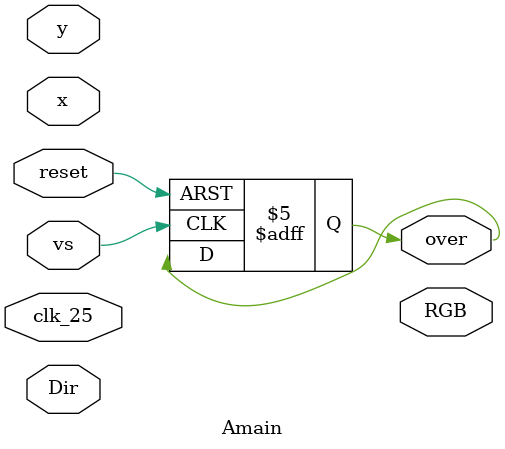
<source format=v>
`timescale 1ns / 1ps
module Amain(input clk_25,                       //Ê±¼äÆµÂÊÎªÒ»Ö¡
             input reset,
             input [3:0]Dir,                     //·É»úÒÆ¶¯·½Ïò
             input [9:0] x,
             input [9:0] y,
             input vs,                           //³¡ÐÅºÅ
             output reg [11:0] RGB,              //Êä³öµ±Ç°É¨Ãèµã12Î»ÑÕÉ«
             output reg over                     //Êä³öÓÎÏ·×´Ì¬				 
    );
	 
	 reg[2:0] Dir1 = 1,Dir1_next;
	 reg[9:0] Px=0,Py=32,Px_next,Py_next,Pxt,Pyt; //·É»ú×ø±ê

    wire [11:0]AirRGB;
	 
	 always @(posedge vs or posedge reset)
	 if(reset)begin
	 Dir1<=0;
	 Px<=0;
	 Py<=32;
	 Px_next<=0;
	 Py_next<=32;
	 over<=0;
	 end
	/* 
	 begin
	       case(Dir)
			 4'b0000:begin stop1<=1; end
			 4'b1000:begin Dir1<=0;stop1<=0;end
			 4'b0100:begin Dir1<=1;stop1<=0;end
			 4'b0010:begin Dir1<=2;stop1<=0;end
			 4'b0001:begin Dir1<=3;stop1<=0;end
			 endcase
	end
	
	begin
	    if(stop1==1)begin
		     Px <= Px;
			  Py <= Py;
		 end
	else begin
	    Py_next<=Py;                              //¸´ÖÆµ±Ç°×ø±ê½øÐÐÅÐ¶Ï
		 Px_next<=Px; 
   end	*/
endmodule

</source>
